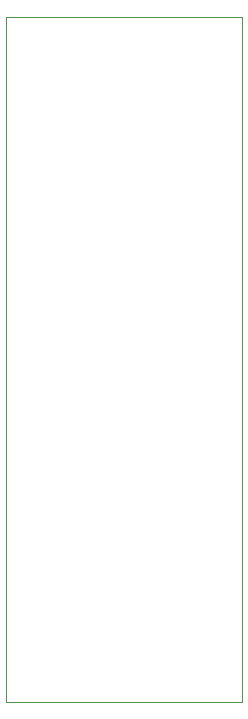
<source format=gbr>
%TF.GenerationSoftware,Altium Limited,Altium Designer,23.1.1 (15)*%
G04 Layer_Color=0*
%FSLAX45Y45*%
%MOMM*%
%TF.SameCoordinates,70D3D16F-5039-4D94-BC45-45D6FC6AA8C1*%
%TF.FilePolarity,Positive*%
%TF.FileFunction,Profile,NP*%
%TF.Part,Single*%
G01*
G75*
%TA.AperFunction,Profile*%
%ADD59C,0.02540*%
D59*
X0Y0D02*
X2000000D01*
Y5800000D01*
X0D01*
Y0D01*
%TF.MD5,d28c8380dda616ba0a10e10ff85a6000*%
M02*

</source>
